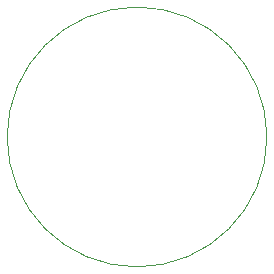
<source format=gbr>
G04 #@! TF.GenerationSoftware,KiCad,Pcbnew,5.99.0-unknown-4135f0c~100~ubuntu18.04.1*
G04 #@! TF.CreationDate,2019-11-01T15:59:21-04:00*
G04 #@! TF.ProjectId,tia,7469612e-6b69-4636-9164-5f7063625858,rev?*
G04 #@! TF.SameCoordinates,Original*
G04 #@! TF.FileFunction,Profile,NP*
%FSLAX46Y46*%
G04 Gerber Fmt 4.6, Leading zero omitted, Abs format (unit mm)*
G04 Created by KiCad (PCBNEW 5.99.0-unknown-4135f0c~100~ubuntu18.04.1) date 2019-11-01 15:59:21*
%MOMM*%
%LPD*%
G04 APERTURE LIST*
%ADD10C,0.100000*%
G04 APERTURE END LIST*
D10*
X211000000Y-100000000D02*
G75*
G03X211000000Y-100000000I-11000000J0D01*
G01*
M02*

</source>
